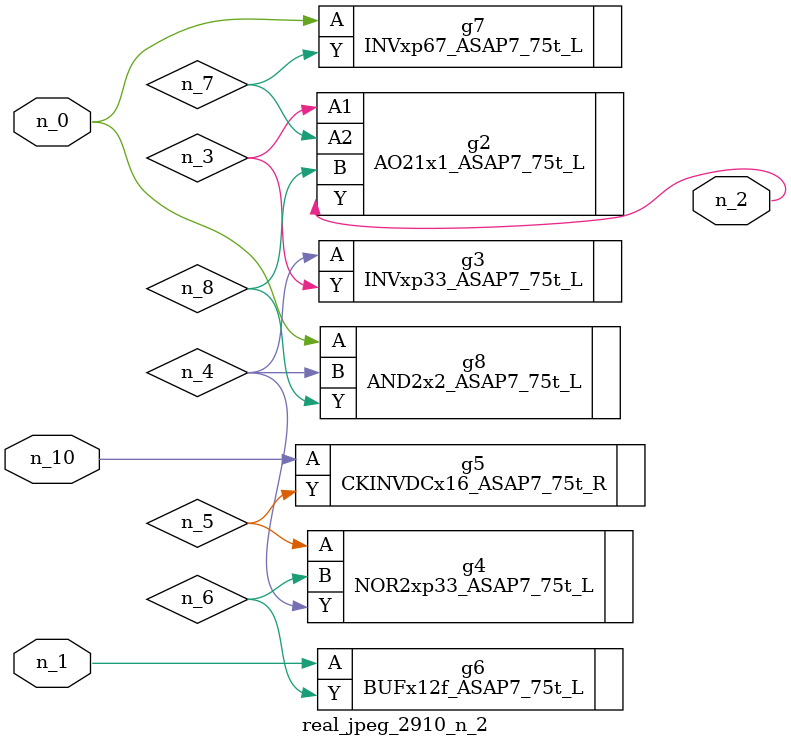
<source format=v>
module real_jpeg_2910_n_2 (n_1, n_10, n_0, n_2);

input n_1;
input n_10;
input n_0;

output n_2;

wire n_5;
wire n_4;
wire n_8;
wire n_6;
wire n_7;
wire n_3;

INVxp67_ASAP7_75t_L g7 ( 
.A(n_0),
.Y(n_7)
);

AND2x2_ASAP7_75t_L g8 ( 
.A(n_0),
.B(n_4),
.Y(n_8)
);

BUFx12f_ASAP7_75t_L g6 ( 
.A(n_1),
.Y(n_6)
);

AO21x1_ASAP7_75t_L g2 ( 
.A1(n_3),
.A2(n_7),
.B(n_8),
.Y(n_2)
);

INVxp33_ASAP7_75t_L g3 ( 
.A(n_4),
.Y(n_3)
);

NOR2xp33_ASAP7_75t_L g4 ( 
.A(n_5),
.B(n_6),
.Y(n_4)
);

CKINVDCx16_ASAP7_75t_R g5 ( 
.A(n_10),
.Y(n_5)
);


endmodule
</source>
